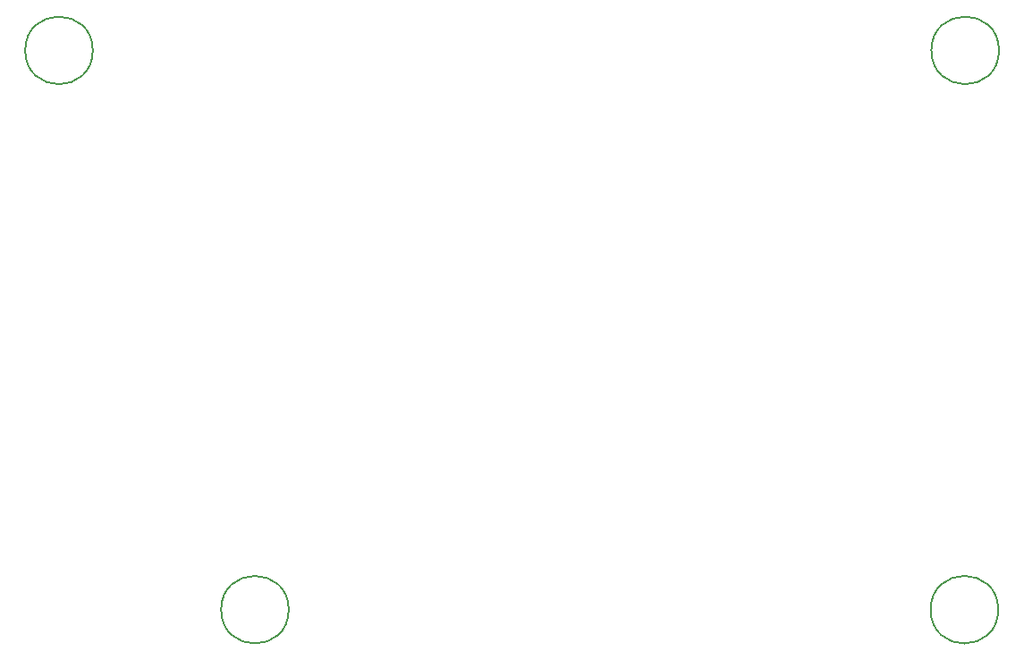
<source format=gbr>
G04 #@! TF.GenerationSoftware,KiCad,Pcbnew,(5.0.0)*
G04 #@! TF.CreationDate,2019-12-28T12:47:59+11:00*
G04 #@! TF.ProjectId,DAQ Board,44415120426F6172642E6B696361645F,rev?*
G04 #@! TF.SameCoordinates,Original*
G04 #@! TF.FileFunction,Other,Comment*
%FSLAX46Y46*%
G04 Gerber Fmt 4.6, Leading zero omitted, Abs format (unit mm)*
G04 Created by KiCad (PCBNEW (5.0.0)) date 12/28/19 12:47:59*
%MOMM*%
%LPD*%
G01*
G04 APERTURE LIST*
%ADD10C,0.150000*%
G04 APERTURE END LIST*
D10*
G04 #@! TO.C,MH4*
X152110000Y-122961482D02*
G75*
G03X152110000Y-122961482I-3200000J0D01*
G01*
G04 #@! TO.C,MH3*
X133560428Y-70011482D02*
G75*
G03X133560428Y-70011482I-3200000J0D01*
G01*
G04 #@! TO.C,MH2*
X219350000Y-70011482D02*
G75*
G03X219350000Y-70011482I-3200000J0D01*
G01*
G04 #@! TO.C,MH1*
X219280000Y-122961482D02*
G75*
G03X219280000Y-122961482I-3200000J0D01*
G01*
G04 #@! TD*
M02*

</source>
